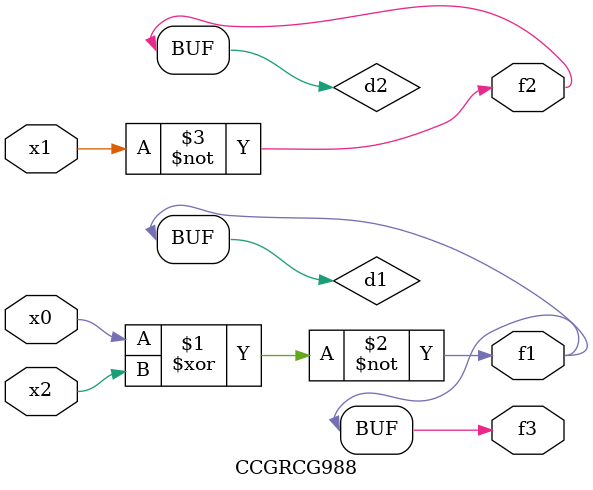
<source format=v>
module CCGRCG988(
	input x0, x1, x2,
	output f1, f2, f3
);

	wire d1, d2, d3;

	xnor (d1, x0, x2);
	nand (d2, x1);
	nor (d3, x1, x2);
	assign f1 = d1;
	assign f2 = d2;
	assign f3 = d1;
endmodule

</source>
